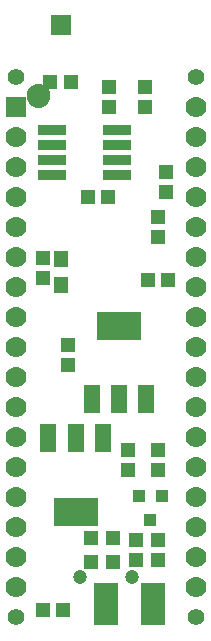
<source format=gbs>
G75*
%MOIN*%
%OFA0B0*%
%FSLAX24Y24*%
%IPPOS*%
%LPD*%
%AMOC8*
5,1,8,0,0,1.08239X$1,22.5*
%
%ADD10C,0.0552*%
%ADD11R,0.0474X0.0513*%
%ADD12C,0.0500*%
%ADD13C,0.0474*%
%ADD14R,0.0474X0.0474*%
%ADD15R,0.0513X0.0474*%
%ADD16R,0.0474X0.0552*%
%ADD17R,0.0390X0.0430*%
%ADD18R,0.0828X0.1419*%
%ADD19R,0.0700X0.0700*%
%ADD20C,0.0700*%
%ADD21R,0.0946X0.0356*%
%ADD22R,0.0560X0.0960*%
%ADD23R,0.1497X0.0946*%
%ADD24R,0.0671X0.0671*%
D10*
X016150Y016150D03*
X022150Y016150D03*
X022150Y034150D03*
X016150Y034150D03*
D11*
X019250Y033835D03*
X019250Y033165D03*
X020450Y033165D03*
X020450Y033835D03*
X017050Y028135D03*
X017050Y027465D03*
X017900Y025235D03*
X017900Y024565D03*
X019900Y021735D03*
X019900Y021065D03*
X020900Y021065D03*
X020900Y021735D03*
X020900Y018735D03*
X020900Y018065D03*
X020565Y027400D03*
X021235Y027400D03*
D12*
X016758Y033550D02*
X016760Y033573D01*
X016766Y033596D01*
X016775Y033618D01*
X016788Y033637D01*
X016804Y033654D01*
X016822Y033669D01*
X016843Y033680D01*
X016865Y033688D01*
X016888Y033692D01*
X016912Y033692D01*
X016935Y033688D01*
X016957Y033680D01*
X016978Y033669D01*
X016996Y033654D01*
X017012Y033637D01*
X017025Y033618D01*
X017034Y033596D01*
X017040Y033573D01*
X017042Y033550D01*
X017040Y033527D01*
X017034Y033504D01*
X017025Y033482D01*
X017012Y033463D01*
X016996Y033446D01*
X016978Y033431D01*
X016957Y033420D01*
X016935Y033412D01*
X016912Y033408D01*
X016888Y033408D01*
X016865Y033412D01*
X016843Y033420D01*
X016822Y033431D01*
X016804Y033446D01*
X016788Y033463D01*
X016775Y033482D01*
X016766Y033504D01*
X016760Y033527D01*
X016758Y033550D01*
D13*
X016900Y033550D03*
X018284Y017494D03*
X020016Y017494D03*
D14*
X019400Y018006D03*
X019400Y018794D03*
X018650Y018794D03*
X018650Y018006D03*
D15*
X017735Y016400D03*
X017065Y016400D03*
X020150Y018065D03*
X020150Y018735D03*
X020900Y028815D03*
X020900Y029485D03*
X021150Y030315D03*
X021150Y030985D03*
X019235Y030150D03*
X018565Y030150D03*
X017985Y034000D03*
X017315Y034000D03*
D16*
X017650Y028083D03*
X017650Y027217D03*
D17*
X020260Y020200D03*
X021020Y020200D03*
X020640Y019400D03*
D18*
X020718Y016600D03*
X019182Y016600D03*
D19*
X016150Y033150D03*
D20*
X016150Y032150D03*
X016150Y031150D03*
X016150Y030150D03*
X016150Y029150D03*
X016150Y028150D03*
X016150Y027150D03*
X016150Y026150D03*
X016150Y025150D03*
X016150Y024150D03*
X016150Y023150D03*
X016150Y022150D03*
X016150Y021150D03*
X016150Y020150D03*
X016150Y019150D03*
X016150Y018150D03*
X016150Y017150D03*
X022150Y017150D03*
X022150Y018150D03*
X022150Y019150D03*
X022150Y020150D03*
X022150Y021150D03*
X022150Y022150D03*
X022150Y023150D03*
X022150Y024150D03*
X022150Y025150D03*
X022150Y026150D03*
X022150Y027150D03*
X022150Y028150D03*
X022150Y029150D03*
X022150Y030150D03*
X022150Y031150D03*
X022150Y032150D03*
X022150Y033150D03*
D21*
X019533Y032400D03*
X019533Y031900D03*
X019533Y031400D03*
X019533Y030900D03*
X017367Y030900D03*
X017367Y031400D03*
X017367Y031900D03*
X017367Y032400D03*
D22*
X018690Y023430D03*
X019600Y023430D03*
X020510Y023430D03*
X019060Y022120D03*
X018150Y022120D03*
X017240Y022120D03*
D23*
X018150Y019680D03*
X019600Y025870D03*
D24*
X017650Y035900D03*
M02*

</source>
